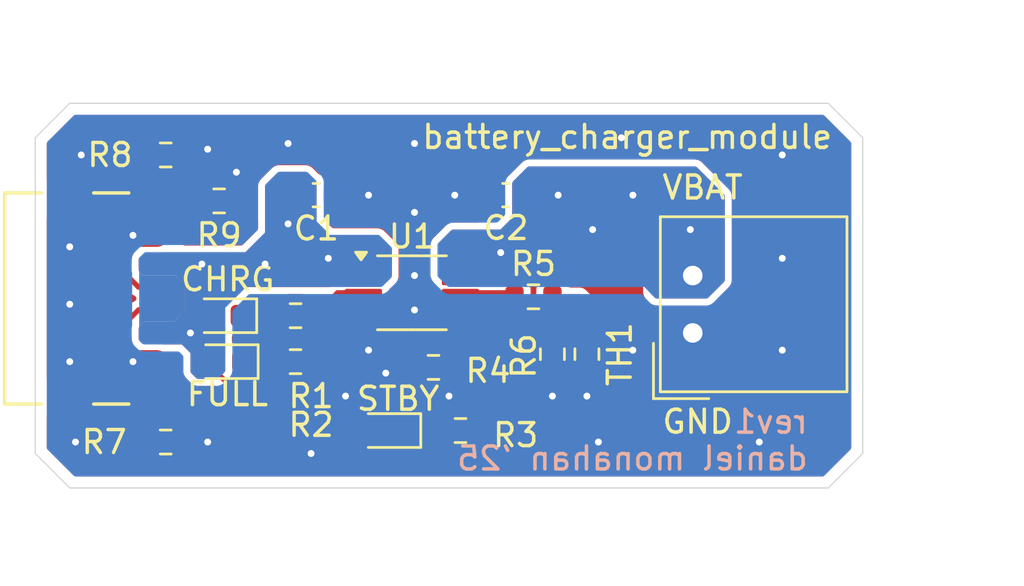
<source format=kicad_pcb>
(kicad_pcb (version 20241229) (generator "pcbnew") (generator_version "9.0")
  (layers (0 "F.Cu" signal) (2 "B.Cu" signal) (13 "F.Paste" user) (15 "B.Paste" user) (5 "F.SilkS" user "F.Silkscreen") (7 "B.SilkS" user "B.Silkscreen") (1 "F.Mask" user) (3 "B.Mask" user) (25 "Edge.Cuts" user))
  (net 0 "")
  (net 1 "GND")
  (net 2 "/VBAT")
  (net 3 "/~PG")
  (net 4 "/STAT2")
  (net 5 "/STAT1")
  (net 6 "/CC1")
  (net 7 "Net-(J1-SHIELD)")
  (net 8 "/CC2")
  (net 9 "Net-(U1-STAT1)")
  (net 10 "Net-(U1-STAT2)")
  (net 11 "Net-(U1-~{PG})")
  (net 12 "Net-(U1-PROG)")
  (net 13 "/THERM")
  (net 14 "Net-(U1-THERM)")
  (net 15 "Net-(D1-A)")
  (footprint "Resistor_SMD:R_0603_1608Metric" (layer "F.Cu") (at 151 85)
    (property "Reference" "R3" (at 2.4 0.2 0) (layer "F.SilkS"))
    (property "Value" "470")
    (fp_line (start -0.237258 -0.5225) (end 0.237258 -0.5225) (stroke (width 0.12)) (layer "F.SilkS"))
    (fp_line (start -0.237258 0.5225) (end 0.237258 0.5225) (stroke (width 0.12)) (layer "F.SilkS"))
    (pad "1" smd roundrect (at -0.825 0) (size 0.8 0.95) (layers "F.Cu" "F.Mask" "F.Paste") (net 3 "/~PG"))
    (pad "2" smd roundrect (at 0.825 0) (size 0.8 0.95) (layers "F.Cu" "F.Mask" "F.Paste") (net 11 "Net-(U1-~{PG})"))
  )
  (footprint "MOLEX:USB_TypeC_2171750001_MOL" (layer "F.Cu") (at 134.75 79.25 -90)
    (property "Reference" "J1" (hide yes))
    (property "Value" "USB_C_Receptacle_PowerOnly_6P")
    (fp_line (start -4.5974 3.5814) (end 4.5974 3.5814) (stroke (width 0.1524)) (layer "F.SilkS"))
    (fp_line (start 4.5974 3.5814) (end 4.5974 1.984311) (stroke (width 0.1524)) (layer "F.SilkS"))
    (fp_line (start -4.5974 1.984311) (end -4.5974 3.5814) (stroke (width 0.1524)) (layer "F.SilkS"))
    (fp_line (start 4.5974 -0.293113) (end 4.5974 -1.815688) (stroke (width 0.1524)) (layer "F.SilkS"))
    (fp_line (start -4.5974 -1.815688) (end -4.5974 -0.293113) (stroke (width 0.1524)) (layer "F.SilkS"))
    (pad "8" smd oval (at 4.32 -2.9544 270) (size 1.0922 1.7018) (layers "F.Cu" "F.Mask" "F.Paste"))
    (pad "9" smd oval (at -4.32 0.845599 270) (size 1.0922 1.7018) (layers "F.Cu" "F.Mask" "F.Paste"))
    (pad "10" smd oval (at 4.32 0.845599 270) (size 1.0922 1.7018) (layers "F.Cu" "F.Mask" "F.Paste"))
    (pad "A5" smd rect (at -0.499999 -3.034401 270) (size 0.7112 1.1938) (layers "F.Cu" "F.Mask" "F.Paste") (net 6 "/CC1"))
    (pad "A9" smd rect (at 1.52 -3.034401 270) (size 0.762 1.1938) (layers "F.Cu" "F.Mask" "F.Paste") (net 15 "Net-(D1-A)"))
    (pad "A12" smd rect (at 2.75 -3.034401 270) (size 0.8128 1.1938) (layers "F.Cu" "F.Mask" "F.Paste") (net 1 "GND"))
    (pad "B5" smd rect (at 0.499999 -3.034401 270) (size 0.7112 1.1938) (layers "F.Cu" "F.Mask" "F.Paste") (net 8 "/CC2"))
    (pad "B9" smd rect (at -1.519936 -3.034284 270) (size 0.762 1.1938) (layers "F.Cu" "F.Mask" "F.Paste") (net 15 "Net-(D1-A)"))
    (pad "B12" smd rect (at -2.749936 -3.034284 270) (size 0.8128 1.1938) (layers "F.Cu" "F.Mask" "F.Paste") (net 1 "GND"))
    (pad "S1" smd oval (at -4.32 -2.9544 270) (size 1.0922 1.7018) (layers "F.Cu" "F.Mask" "F.Paste") (net 7 "Net-(J1-SHIELD)"))
  )
  (footprint "Resistor_SMD:R_0603_1608Metric" (layer "F.Cu") (at 155 81.675 -90)
    (property "Reference" "R6" (at 0.075 1.25 90) (layer "F.SilkS"))
    (property "Value" "69.8k")
    (fp_line (start -0.237258 0.5225) (end 0.237258 0.5225) (stroke (width 0.12)) (layer "F.SilkS"))
    (fp_line (start -0.237258 -0.5225) (end 0.237258 -0.5225) (stroke (width 0.12)) (layer "F.SilkS"))
    (pad "1" smd roundrect (at -0.825 0 270) (size 0.8 0.95) (layers "F.Cu" "F.Mask" "F.Paste") (net 13 "/THERM"))
    (pad "2" smd roundrect (at 0.825 0 270) (size 0.8 0.95) (layers "F.Cu" "F.Mask" "F.Paste") (net 1 "GND"))
  )
  (footprint "Resistor_SMD:R_0603_1608Metric" (layer "F.Cu") (at 143.825 82)
    (property "Reference" "R2" (at 0.675 2.75 0) (layer "F.SilkS"))
    (property "Value" "470")
    (fp_line (start -0.237258 -0.5225) (end 0.237258 -0.5225) (stroke (width 0.12)) (layer "F.SilkS"))
    (fp_line (start -0.237258 0.5225) (end 0.237258 0.5225) (stroke (width 0.12)) (layer "F.SilkS"))
    (pad "1" smd roundrect (at -0.825 0) (size 0.8 0.95) (layers "F.Cu" "F.Mask" "F.Paste") (net 4 "/STAT2"))
    (pad "2" smd roundrect (at 0.825 0) (size 0.8 0.95) (layers "F.Cu" "F.Mask" "F.Paste") (net 10 "Net-(U1-STAT2)"))
  )
  (footprint "Resistor_SMD:R_0603_1608Metric" (layer "F.Cu") (at 140.5 75)
    (property "Reference" "R9" (at 0 1.5 0) (layer "F.SilkS"))
    (property "Value" "1M")
    (fp_line (start -0.237258 -0.5225) (end 0.237258 -0.5225) (stroke (width 0.12)) (layer "F.SilkS"))
    (fp_line (start -0.237258 0.5225) (end 0.237258 0.5225) (stroke (width 0.12)) (layer "F.SilkS"))
    (pad "1" smd roundrect (at -0.825 0) (size 0.8 0.95) (layers "F.Cu" "F.Mask" "F.Paste") (net 7 "Net-(J1-SHIELD)"))
    (pad "2" smd roundrect (at 0.825 0) (size 0.8 0.95) (layers "F.Cu" "F.Mask" "F.Paste") (net 1 "GND"))
  )
  (footprint "LED_SMD:LED_0603_1608Metric" (layer "F.Cu") (at 140.65 80 180)
    (property "Reference" "D3" (hide yes))
    (property "Value" "LED")
    (fp_line (start 0.8 -0.735) (end -1.485 -0.735) (stroke (width 0.12)) (layer "F.SilkS"))
    (fp_line (start -1.485 0.735) (end 0.8 0.735) (stroke (width 0.12)) (layer "F.SilkS"))
    (fp_line (start -1.485 -0.735) (end -1.485 0.735) (stroke (width 0.12)) (layer "F.SilkS"))
    (pad "1" smd roundrect (at -0.7875 0 180) (size 0.875 0.95) (layers "F.Cu" "F.Mask" "F.Paste") (net 5 "/STAT1"))
    (pad "2" smd roundrect (at 0.7875 0 180) (size 0.875 0.95) (layers "F.Cu" "F.Mask" "F.Paste") (net 15 "Net-(D1-A)"))
  )
  (footprint "Resistor_SMD:R_0603_1608Metric" (layer "F.Cu") (at 143.825 80)
    (property "Reference" "R1" (at 0.675 3.5 0) (layer "F.SilkS"))
    (property "Value" "470")
    (fp_line (start -0.237258 -0.5225) (end 0.237258 -0.5225) (stroke (width 0.12)) (layer "F.SilkS"))
    (fp_line (start -0.237258 0.5225) (end 0.237258 0.5225) (stroke (width 0.12)) (layer "F.SilkS"))
    (pad "1" smd roundrect (at -0.825 0) (size 0.8 0.95) (layers "F.Cu" "F.Mask" "F.Paste") (net 5 "/STAT1"))
    (pad "2" smd roundrect (at 0.825 0) (size 0.8 0.95) (layers "F.Cu" "F.Mask" "F.Paste") (net 9 "Net-(U1-STAT1)"))
  )
  (footprint "LED_SMD:LED_0603_1608Metric" (layer "F.Cu") (at 147.7875 85 180)
    (property "Reference" "D1" (hide yes))
    (property "Value" "LED")
    (fp_line (start 0.8 -0.735) (end -1.485 -0.735) (stroke (width 0.12)) (layer "F.SilkS"))
    (fp_line (start -1.485 0.735) (end 0.8 0.735) (stroke (width 0.12)) (layer "F.SilkS"))
    (fp_line (start -1.485 -0.735) (end -1.485 0.735) (stroke (width 0.12)) (layer "F.SilkS"))
    (pad "1" smd roundrect (at -0.7875 0 180) (size 0.875 0.95) (layers "F.Cu" "F.Mask" "F.Paste") (net 3 "/~PG"))
    (pad "2" smd roundrect (at 0.7875 0 180) (size 0.875 0.95) (layers "F.Cu" "F.Mask" "F.Paste") (net 15 "Net-(D1-A)"))
  )
  (footprint "Resistor_SMD:R_0603_1608Metric" (layer "F.Cu") (at 138.175 85.5)
    (property "Reference" "R7" (at -2.675 0 0) (layer "F.SilkS"))
    (property "Value" "5.1k")
    (fp_line (start -0.237258 -0.5225) (end 0.237258 -0.5225) (stroke (width 0.12)) (layer "F.SilkS"))
    (fp_line (start -0.237258 0.5225) (end 0.237258 0.5225) (stroke (width 0.12)) (layer "F.SilkS"))
    (pad "1" smd roundrect (at -0.825 0) (size 0.8 0.95) (layers "F.Cu" "F.Mask" "F.Paste") (net 8 "/CC2"))
    (pad "2" smd roundrect (at 0.825 0) (size 0.8 0.95) (layers "F.Cu" "F.Mask" "F.Paste") (net 1 "GND"))
  )
  (footprint "LED_SMD:LED_0603_1608Metric" (layer "F.Cu") (at 140.7125 82 180)
    (property "Reference" "D2" (hide yes))
    (property "Value" "LED")
    (fp_line (start 0.8 -0.735) (end -1.485 -0.735) (stroke (width 0.12)) (layer "F.SilkS"))
    (fp_line (start -1.485 0.735) (end 0.8 0.735) (stroke (width 0.12)) (layer "F.SilkS"))
    (fp_line (start -1.485 -0.735) (end -1.485 0.735) (stroke (width 0.12)) (layer "F.SilkS"))
    (pad "1" smd roundrect (at -0.7875 0 180) (size 0.875 0.95) (layers "F.Cu" "F.Mask" "F.Paste") (net 4 "/STAT2"))
    (pad "2" smd roundrect (at 0.7875 0 180) (size 0.875 0.95) (layers "F.Cu" "F.Mask" "F.Paste") (net 15 "Net-(D1-A)"))
  )
  (footprint "Resistor_SMD:R_0603_1608Metric" (layer "F.Cu") (at 138.175 73)
    (property "Reference" "R8" (at -2.425 0 0) (layer "F.SilkS"))
    (property "Value" "5.1k")
    (fp_line (start -0.237258 -0.5225) (end 0.237258 -0.5225) (stroke (width 0.12)) (layer "F.SilkS"))
    (fp_line (start -0.237258 0.5225) (end 0.237258 0.5225) (stroke (width 0.12)) (layer "F.SilkS"))
    (pad "1" smd roundrect (at -0.825 0) (size 0.8 0.95) (layers "F.Cu" "F.Mask" "F.Paste") (net 6 "/CC1"))
    (pad "2" smd roundrect (at 0.825 0) (size 0.8 0.95) (layers "F.Cu" "F.Mask" "F.Paste") (net 1 "GND"))
  )
  (footprint "Resistor_SMD:R_0603_1608Metric" (layer "F.Cu") (at 149.825 82.25 180)
    (property "Reference" "R4" (at -2.375 -0.15 0) (layer "F.SilkS"))
    (property "Value" "1k")
    (fp_line (start -0.237258 0.5225) (end 0.237258 0.5225) (stroke (width 0.12)) (layer "F.SilkS"))
    (fp_line (start -0.237258 -0.5225) (end 0.237258 -0.5225) (stroke (width 0.12)) (layer "F.SilkS"))
    (pad "1" smd roundrect (at -0.825 0 180) (size 0.8 0.95) (layers "F.Cu" "F.Mask" "F.Paste") (net 12 "Net-(U1-PROG)"))
    (pad "2" smd roundrect (at 0.825 0 180) (size 0.8 0.95) (layers "F.Cu" "F.Mask" "F.Paste") (net 1 "GND"))
  )
  (footprint "Capacitor_SMD:C_0603_1608Metric" (layer "F.Cu") (at 144.725 74.75)
    (property "Reference" "C1" (at 0 1.45 0) (layer "F.SilkS"))
    (property "Value" "4.7u")
    (fp_line (start -0.14058 -0.51) (end 0.14058 -0.51) (stroke (width 0.12)) (layer "F.SilkS"))
    (fp_line (start -0.14058 0.51) (end 0.14058 0.51) (stroke (width 0.12)) (layer "F.SilkS"))
    (pad "1" smd roundrect (at -0.775 0) (size 0.9 0.95) (layers "F.Cu" "F.Mask" "F.Paste") (net 15 "Net-(D1-A)"))
    (pad "2" smd roundrect (at 0.775 0) (size 0.9 0.95) (layers "F.Cu" "F.Mask" "F.Paste") (net 1 "GND"))
  )
  (footprint "Resistor_SMD:R_0603_1608Metric" (layer "F.Cu") (at 154.175 79.175)
    (property "Reference" "R5" (at 0 -1.43 0) (layer "F.SilkS"))
    (property "Value" "1.54k")
    (fp_line (start -0.237258 -0.5225) (end 0.237258 -0.5225) (stroke (width 0.12)) (layer "F.SilkS"))
    (fp_line (start -0.237258 0.5225) (end 0.237258 0.5225) (stroke (width 0.12)) (layer "F.SilkS"))
    (pad "1" smd roundrect (at -0.825 0) (size 0.8 0.95) (layers "F.Cu" "F.Mask" "F.Paste") (net 14 "Net-(U1-THERM)"))
    (pad "2" smd roundrect (at 0.825 0) (size 0.8 0.95) (layers "F.Cu" "F.Mask" "F.Paste") (net 13 "/THERM"))
  )
  (footprint "Resistor_SMD:R_0603_1608Metric" (layer "F.Cu") (at 156.5 81.675 -90)
    (property "Reference" "TH1" (at 0 -1.43 90) (layer "F.SilkS"))
    (property "Value" "10k")
    (fp_line (start -0.237258 0.5225) (end 0.237258 0.5225) (stroke (width 0.12)) (layer "F.SilkS"))
    (fp_line (start -0.237258 -0.5225) (end 0.237258 -0.5225) (stroke (width 0.12)) (layer "F.SilkS"))
    (pad "1" smd roundrect (at -0.825 0 270) (size 0.8 0.95) (layers "F.Cu" "F.Mask" "F.Paste") (net 13 "/THERM"))
    (pad "2" smd roundrect (at 0.825 0 270) (size 0.8 0.95) (layers "F.Cu" "F.Mask" "F.Paste") (net 1 "GND"))
  )
  (footprint "Connector_Molex:Molex_SPOX_5268-02A_1x02_P2.50mm_Horizontal" (layer "F.Cu") (at 161.105 80.75 90)
    (property "Reference" "J2" (hide yes))
    (property "Value" "Conn_01x02")
    (fp_line (start -2.86 -1.71) (end -0.45 -1.71) (stroke (width 0.12)) (layer "F.SilkS"))
    (fp_line (start 5.06 -1.41) (end -2.56 -1.41) (stroke (width 0.12)) (layer "F.SilkS"))
    (fp_line (start -2.56 -1.41) (end -2.56 6.71) (stroke (width 0.12)) (layer "F.SilkS"))
    (fp_line (start -2.86 0.7) (end -2.86 -1.71) (stroke (width 0.12)) (layer "F.SilkS"))
    (fp_line (start 5.06 6.71) (end 5.06 -1.41) (stroke (width 0.12)) (layer "F.SilkS"))
    (fp_line (start -2.56 6.71) (end 5.06 6.71) (stroke (width 0.12)) (layer "F.SilkS"))
    (pad "1" thru_hole roundrect (at 0 0 90) (size 1.7 1.85) (drill 0.85) (layers "*.Cu" "*.Mask") (roundrect_rratio 0.147059) (net 1 "GND"))
    (pad "2" thru_hole oval (at 2.5 0 90) (size 1.7 1.85) (drill 0.85) (layers "*.Cu" "*.Mask") (net 2 "/VBAT"))
  )
  (footprint "Package_SO:MSOP-10_3x3mm_P0.5mm" (layer "F.Cu") (at 148.8875 79)
    (property "Reference" "U1" (at 0 -2.45 0) (layer "F.SilkS"))
    (property "Value" "MCP73833-xxx-UN")
    (fp_line (start 0 -1.61) (end -1.5 -1.61) (stroke (width 0.12)) (layer "F.SilkS"))
    (fp_line (start 0 -1.61) (end 1.5 -1.61) (stroke (width 0.12)) (layer "F.SilkS"))
    (fp_line (start 0 1.61) (end -1.5 1.61) (stroke (width 0.12)) (layer "F.SilkS"))
    (fp_line (start 0 1.61) (end 1.5 1.61) (stroke (width 0.12)) (layer "F.SilkS"))
    (fp_poly (pts (xy -2.2125 -1.435) (xy -2.4525 -1.765) (xy -1.9725 -1.765)) (stroke (width 0.12)) (fill yes) (layer "F.SilkS"))
    (pad "1" smd roundrect (at -2.1125 -1) (size 1.625 0.35) (layers "F.Cu" "F.Mask" "F.Paste") (net 15 "Net-(D1-A)"))
    (pad "2" smd roundrect (at -2.1125 -0.5) (size 1.625 0.35) (layers "F.Cu" "F.Mask" "F.Paste") (net 15 "Net-(D1-A)"))
    (pad "3" smd roundrect (at -2.1125 0) (size 1.625 0.35) (layers "F.Cu" "F.Mask" "F.Paste") (net 9 "Net-(U1-STAT1)"))
    (pad "4" smd roundrect (at -2.1125 0.5) (size 1.625 0.35) (layers "F.Cu" "F.Mask" "F.Paste") (net 10 "Net-(U1-STAT2)"))
    (pad "5" smd roundrect (at -2.1125 1) (size 1.625 0.35) (layers "F.Cu" "F.Mask" "F.Paste") (net 1 "GND"))
    (pad "6" smd roundrect (at 2.1125 1) (size 1.625 0.35) (layers "F.Cu" "F.Mask" "F.Paste") (net 12 "Net-(U1-PROG)"))
    (pad "7" smd roundrect (at 2.1125 0.5) (size 1.625 0.35) (layers "F.Cu" "F.Mask" "F.Paste") (net 11 "Net-(U1-~{PG})"))
    (pad "8" smd roundrect (at 2.1125 0) (size 1.625 0.35) (layers "F.Cu" "F.Mask" "F.Paste") (net 14 "Net-(U1-THERM)"))
    (pad "9" smd roundrect (at 2.1125 -0.5) (size 1.625 0.35) (layers "F.Cu" "F.Mask" "F.Paste") (net 2 "/VBAT"))
    (pad "10" smd roundrect (at 2.1125 -1) (size 1.625 0.35) (layers "F.Cu" "F.Mask" "F.Paste") (net 2 "/VBAT"))
  )
  (footprint "Capacitor_SMD:C_0603_1608Metric" (layer "F.Cu") (at 152.975 74.75 180)
    (property "Reference" "C2" (at 0 -1.43 0) (layer "F.SilkS"))
    (property "Value" "4.7u")
    (fp_line (start -0.14058 0.51) (end 0.14058 0.51) (stroke (width 0.12)) (layer "F.SilkS"))
    (fp_line (start -0.14058 -0.51) (end 0.14058 -0.51) (stroke (width 0.12)) (layer "F.SilkS"))
    (pad "1" smd roundrect (at -0.775 0 180) (size 0.9 0.95) (layers "F.Cu" "F.Mask" "F.Paste") (net 2 "/VBAT"))
    (pad "2" smd roundrect (at 0.775 0 180) (size 0.9 0.95) (layers "F.Cu" "F.Mask" "F.Paste") (net 1 "GND"))
  )
  (gr_line (start 132.5 86) (end 132.5 72.25) (stroke (width 0.05)) (layer "Edge.Cuts"))
  (gr_line (start 167 87.5) (end 168.5 86) (stroke (width 0.05)) (layer "Edge.Cuts"))
  (gr_line (start 132.5 72.25) (end 134 70.75) (stroke (width 0.05)) (layer "Edge.Cuts"))
  (gr_line (start 134 70.75) (end 167 70.75) (stroke (width 0.05)) (layer "Edge.Cuts"))
  (gr_line (start 134 87.5) (end 167 87.5) (stroke (width 0.05)) (layer "Edge.Cuts"))
  (gr_line (start 134 87.5) (end 132.5 86) (stroke (width 0.05)) (layer "Edge.Cuts"))
  (gr_line (start 168.5 86) (end 168.5 72.25) (stroke (width 0.05)) (layer "Edge.Cuts"))
  (gr_line (start 167 70.75) (end 168.5 72.25) (stroke (width 0.05)) (layer "Edge.Cuts"))
  (gr_text "FULL" (at 139 84 0) (layer "F.SilkS") (effects (font (size 1 1) (thickness 0.153)) (justify left bottom)))
  (gr_text "GND" (at 159.695 85.2 0) (layer "F.SilkS") (effects (font (size 1 1) (thickness 0.153)) (justify left bottom)))
  (gr_text "CHRG" (at 138.75 79 0) (layer "F.SilkS") (effects (font (size 1 1) (thickness 0.153)) (justify left bottom)))
  (gr_text "STBY" (at 146.4 84.2 0) (layer "F.SilkS") (effects (font (size 1 1) (thickness 0.153)) (justify left bottom)))
  (gr_text "battery_charger_module" (at 149.25 72.8 0) (layer "F.SilkS") (effects (font (size 1 1) (thickness 0.153)) (justify left bottom)))
  (gr_text "VBAT" (at 159.695 75 0) (layer "F.SilkS") (effects (font (size 1 1) (thickness 0.153)) (justify left bottom)))
  (gr_text "rev1" (at 166.2 85.2 0) (layer "B.SilkS") (effects (font (size 1 1) (thickness 0.153)) (justify left bottom mirror)))
  (gr_text "daniel monahan '25" (at 166.2 86.8 0) (layer "B.SilkS") (effects (font (size 1 1) (thickness 0.153)) (justify left bottom mirror)))
  (segment (start 156.5 82.5) (end 156.5 83.5) (width 1) (layer "F.Cu") (net 1))
  (segment (start 136.750064 76.500064) (end 136.75 76.5) (width 1) (layer "F.Cu") (net 1))
  (segment (start 137.784284 76.500064) (end 136.750064 76.500064) (width 1) (layer "F.Cu") (net 1))
  (segment (start 141.325 73.825) (end 141.25 73.75) (width 1) (layer "F.Cu") (net 1))
  (segment (start 139.75 73) (end 140 72.75) (width 1) (layer "F.Cu") (net 1))
  (segment (start 139 85.5) (end 140 85.5) (width 1) (layer "F.Cu") (net 1))
  (segment (start 141.325 75) (end 141.325 73.825) (width 1) (layer "F.Cu") (net 1))
  (segment (start 137.784401 82) (end 136.75 82) (width 1) (layer "F.Cu") (net 1))
  (segment (start 155 82.5) (end 155 83.5) (width 1) (layer "F.Cu") (net 1))
  (segment (start 139 73) (end 139.75 73) (width 1) (layer "F.Cu") (net 1))
  (via (at 158.5 81.5) (size 0.8) (drill 0.3) (layers "F.Cu" "B.Cu") (net 1))
  (via (at 134.25 85.5) (size 0.8) (drill 0.3) (layers "F.Cu" "B.Cu") (net 1))
  (via (at 150.75 74.75) (size 0.8) (drill 0.3) (layers "F.Cu" "B.Cu") (net 1))
  (via (at 147 81.5) (size 0.8) (drill 0.3) (layers "F.Cu" "B.Cu") (net 1))
  (via (at 134.5 73) (size 0.8) (drill 0.3) (layers "F.Cu" "B.Cu") (net 1))
  (via (at 164 85.5) (size 0.8) (drill 0.3) (layers "F.Cu" "B.Cu") (net 1))
  (via (at 150.5 83.5) (size 0.8) (drill 0.3) (layers "F.Cu" "B.Cu") (net 1))
  (via (at 134 79.5) (size 0.8) (drill 0.3) (layers "F.Cu" "B.Cu") (net 1))
  (via (at 143.5 72.5) (size 0.8) (drill 0.3) (layers "F.Cu" "B.Cu") (net 1))
  (via (at 149 72.5) (size 0.8) (drill 0.3) (layers "F.Cu" "B.Cu") (net 1))
  (via (at 136.75 76.5) (size 0.8) (drill 0.3) (layers "F.Cu" "B.Cu") (net 1))
  (via (at 149 75.5) (size 0.8) (drill 0.3) (layers "F.Cu" "B.Cu") (net 1))
  (via (at 134 77) (size 0.8) (drill 0.3) (layers "F.Cu" "B.Cu") (net 1))
  (via (at 147 74.75) (size 0.8) (drill 0.3) (layers "F.Cu" "B.Cu") (net 1))
  (via (at 144.5 86) (size 0.8) (drill 0.3) (layers "F.Cu" "B.Cu") (net 1))
  (via (at 141.25 73.75) (size 0.8) (drill 0.3) (layers "F.Cu" "B.Cu") (net 1))
  (via (at 157 85.5) (size 0.8) (drill 0.3) (layers "F.Cu" "B.Cu") (net 1))
  (via (at 140 72.75) (size 0.8) (drill 0.3) (layers "F.Cu" "B.Cu") (net 1))
  (via (at 149 78.25) (size 0.8) (drill 0.3) (layers "F.Cu" "B.Cu") (net 1))
  (via (at 146 83.5) (size 0.8) (drill 0.3) (layers "F.Cu" "B.Cu") (net 1))
  (via (at 149 79.75) (size 0.8) (drill 0.3) (layers "F.Cu" "B.Cu") (net 1))
  (via (at 165 81.5) (size 0.8) (drill 0.3) (layers "F.Cu" "B.Cu") (net 1))
  (via (at 165 73) (size 0.8) (drill 0.3) (layers "F.Cu" "B.Cu") (net 1))
  (via (at 165 77.5) (size 0.8) (drill 0.3) (layers "F.Cu" "B.Cu") (net 1))
  (via (at 155 83.5) (size 0.8) (drill 0.3) (layers "F.Cu" "B.Cu") (net 1))
  (via (at 136.75 82) (size 0.8) (drill 0.3) (layers "F.Cu" "B.Cu") (net 1))
  (via (at 156.5 83.5) (size 0.8) (drill 0.3) (layers "F.Cu" "B.Cu") (net 1))
  (via (at 134 82) (size 0.8) (drill 0.3) (layers "F.Cu" "B.Cu") (net 1))
  (via (at 140 85.5) (size 0.8) (drill 0.3) (layers "F.Cu" "B.Cu") (net 1))
  (via (at 147.75 82.5) (size 0.8) (drill 0.3) (layers "F.Cu" "B.Cu") (net 1))
  (via (at 158 72.25) (size 0.8) (drill 0.3) (layers "F.Cu" "B.Cu") (net 1))
  (via (at 161 76.25) (size 0.8) (drill 0.3) (layers "F.Cu" "B.Cu") (net 2))
  (via (at 155.25 74.75) (size 0.8) (drill 0.3) (layers "F.Cu" "B.Cu") (net 2))
  (via (at 158.5 74.75) (size 0.8) (drill 0.3) (layers "F.Cu" "B.Cu") (net 2))
  (via (at 156.75 76.25) (size 0.8) (drill 0.3) (layers "F.Cu" "B.Cu") (net 2))
  (via (at 152.75 77.25) (size 0.8) (drill 0.3) (layers "F.Cu" "B.Cu") (net 2))
  (segment (start 148.575 85) (end 150.175 85) (width 0.225) (layer "F.Cu") (net 3))
  (segment (start 141.5 82) (end 143 82) (width 0.225) (layer "F.Cu") (net 4))
  (segment (start 141.4375 80) (end 143 80) (width 0.225) (layer "F.Cu") (net 5))
  (segment (start 135.75 74.6) (end 137.35 73) (width 0.225) (layer "F.Cu") (net 6))
  (segment (start 137.784401 78.750001) (end 136.987501 78.750001) (width 0.225) (layer "F.Cu") (net 6))
  (segment (start 135.75 77.5125) (end 135.75 74.6) (width 0.225) (layer "F.Cu") (net 6))
  (segment (start 136.987501 78.750001) (end 135.75 77.5125) (width 0.225) (layer "F.Cu") (net 6))
  (segment (start 139.605 74.93) (end 139.675 75) (width 0.2) (layer "F.Cu") (net 7))
  (segment (start 137.7044 74.93) (end 139.605 74.93) (width 0.225) (layer "F.Cu") (net 7))
  (segment (start 135.75 83.9) (end 137.35 85.5) (width 0.225) (layer "F.Cu") (net 8))
  (segment (start 135.75 80.9875) (end 135.75 83.9) (width 0.225) (layer "F.Cu") (net 8))
  (segment (start 136.987501 79.749999) (end 135.75 80.9875) (width 0.225) (layer "F.Cu") (net 8))
  (segment (start 137.784401 79.749999) (end 136.987501 79.749999) (width 0.225) (layer "F.Cu") (net 8))
  (segment (start 144.65 80) (end 145.65 79) (width 0.225) (layer "F.Cu") (net 9))
  (segment (start 145.65 79) (end 146.775 79) (width 0.225) (layer "F.Cu") (net 9))
  (segment (start 145.910652 79.5) (end 146.775 79.5) (width 0.225) (layer "F.Cu") (net 10))
  (segment (start 145.6615 79.749152) (end 145.910652 79.5) (width 0.225) (layer "F.Cu") (net 10))
  (segment (start 144.65 82) (end 145.6615 80.9885) (width 0.225) (layer "F.Cu") (net 10))
  (segment (start 145.6615 80.9885) (end 145.6615 79.749152) (width 0.225) (layer "F.Cu") (net 10))
  (segment (start 151.864348 79.5) (end 151 79.5) (width 0.225) (layer "F.Cu") (net 11))
  (segment (start 152.1135 79.749152) (end 151.864348 79.5) (width 0.225) (layer "F.Cu") (net 11))
  (segment (start 151.825 85) (end 152.1135 84.7115) (width 0.2) (layer "F.Cu") (net 11))
  (segment (start 152.1135 84.7115) (end 152.1135 79.749152) (width 0.225) (layer "F.Cu") (net 11))
  (segment (start 151.2125 82.25) (end 150.65 82.25) (width 0.225) (layer "F.Cu") (net 12))
  (segment (start 151 80) (end 151.7125 80.7125) (width 0.225) (layer "F.Cu") (net 12))
  (segment (start 151.7125 81.75) (end 151.2125 82.25) (width 0.225) (layer "F.Cu") (net 12))
  (segment (start 151.7125 80.7125) (end 151.7125 81.75) (width 0.225) (layer "F.Cu") (net 12))
  (segment (start 155 79.175) (end 156.175 79.175) (width 0.225) (layer "F.Cu") (net 13))
  (segment (start 155 79.175) (end 155 80.85) (width 0.225) (layer "F.Cu") (net 13))
  (segment (start 156.175 79.175) (end 156.5 79.5) (width 0.225) (layer "F.Cu") (net 13))
  (segment (start 156.5 79.5) (end 156.5 80.85) (width 0.225) (layer "F.Cu") (net 13))
  (segment (start 153.175 79) (end 153.35 79.175) (width 0.2) (layer "F.Cu") (net 14))
  (segment (start 151 79) (end 153.175 79) (width 0.225) (layer "F.Cu") (net 14))
  (segment (start 139.925 82) (end 142.925 85) (width 0.225) (layer "F.Cu") (net 15))
  (segment (start 142.925 85) (end 147 85) (width 0.225) (layer "F.Cu") (net 15))
  (via (at 145.25 77.5) (size 0.8) (drill 0.3) (layers "F.Cu" "B.Cu") (net 15))
  (via (at 142.5 77.75) (size 0.8) (drill 0.3) (layers "F.Cu" "B.Cu") (net 15))
  (via (at 143.5 76) (size 0.8) (drill 0.3) (layers "F.Cu" "B.Cu") (net 15))
  (via (at 139.75 77.75) (size 0.8) (drill 0.3) (layers "F.Cu" "B.Cu") (net 15))
  (via (at 139.25 80.75) (size 0.8) (drill 0.3) (layers "F.Cu" "B.Cu") (net 15))
  (zone (net 1) (net_name "GND") (layer "F.Cu") (connect_pads (clearance 0.3)) (min_thickness 0.25) (fill yes (thermal_gap 0.5) (thermal_bridge_width 0.5))
    (polygon (pts (xy 132.5 70) (xy 168.5 70) (xy 168.5 88.5) (xy 132.5 88.5)))
  )
  (zone (net 2) (net_name "/VBAT") (layer "F.Cu") (priority 1) (connect_pads yes (clearance 0.3)) (min_thickness 0.25) (fill yes (thermal_gap 0.5) (thermal_bridge_width 0.5))
    (polygon (pts (xy 150 78.28125) (xy 150.46875 78.75) (xy 152.5 78.75) (xy 152.5 78.1875) (xy 152.6875 78) (xy 158.9375 78) (xy 159.25 78.3125) (xy 159.25 79.015625) (xy 159.484375 79.25) (xy 161.746094 79.25) (xy 162.5 78.496094) (xy 162.5 74.749023) (xy 161.250977 73.5) (xy 153.9375 73.5) (xy 153.25 74.1875) (xy 153.25 75.734375) (xy 152.734375 76.25) (xy 150.625 76.25) (xy 150 76.875)))
  )
  (zone (net 15) (net_name "Net-(D1-A)") (layers "F.Cu" "B.Cu") (priority 1) (connect_pads yes (clearance 0.3)) (min_thickness 0.25) (fill yes (thermal_gap 0.5) (thermal_bridge_width 0.5))
    (polygon (pts (xy 137.25 77.25) (xy 137 77.5) (xy 137 78.0625) (xy 137.1875 78.25) (xy 138.609375 78.25) (xy 139 78.640625) (xy 139 79.8125) (xy 138.5625 80.25) (xy 137.25 80.25) (xy 137 80.5) (xy 137 81.0625) (xy 137.1875 81.25) (xy 138.875 81.25) (xy 139.25 81.625) (xy 139.25 82.46875) (xy 139.53125 82.75) (xy 140.445313 82.75) (xy 140.75 82.445313) (xy 140.75 79.673828) (xy 141.673828 78.75) (xy 147.578125 78.75) (xy 148 78.328125) (xy 148 77.0625) (xy 147.4375 76.5) (xy 145.308203 76.5) (xy 144.725 75.916797) (xy 144.725 74.167187) (xy 144.307813 73.75) (xy 143.05625 73.75) (xy 142.5 74.30625) (xy 142.5 76.375) (xy 141.625 77.25)))
  )
  (zone (net 1) (net_name "GND") (layer "B.Cu") (connect_pads yes (clearance 0.3)) (min_thickness 0.25) (fill yes (thermal_gap 0.5) (thermal_bridge_width 0.5) (smoothing chamfer))
    (polygon (pts (xy 132.5 70.75) (xy 132.5 87.5) (xy 168.5 87.5) (xy 168.25 70.5)))
  )
  (zone (net 2) (net_name "/VBAT") (layer "B.Cu") (priority 1) (connect_pads yes (clearance 0.3)) (min_thickness 0.25) (fill yes (thermal_gap 0.5) (thermal_bridge_width 0.5))
    (polygon (pts (xy 150 78.28125) (xy 150.46875 78.75) (xy 159 78.75) (xy 159.484375 79.25) (xy 161.746094 79.25) (xy 162.5 78.496094) (xy 162.5 74.749023) (xy 161.250977 73.5) (xy 153.9375 73.5) (xy 153.25 74.1875) (xy 153.25 75.734375) (xy 152.734375 76.25) (xy 150.625 76.25) (xy 150 76.875)))
  )
  (zone (net 15) (net_name "Net-(D1-A)") (layer "B.Cu") (connect_pads yes (clearance 0.3)) (min_thickness 0.25) (fill yes (thermal_gap 0.5) (thermal_bridge_width 0.5))
    (polygon (pts (xy 137.270318 77.226594) (xy 137.020318 77.476594) (xy 137.020318 81.039094) (xy 137.207818 81.226594) (xy 138.895318 81.226594) (xy 139.270318 81.601594) (xy 139.270318 82.445344) (xy 139.551568 82.726594) (xy 140.465631 82.726594) (xy 140.770318 82.421907) (xy 140.770318 79.650422) (xy 141.694146 78.726594) (xy 147.598443 78.726594) (xy 148.020318 78.304719) (xy 148.020318 77.039094) (xy 147.457818 76.476594) (xy 145.328521 76.476594) (xy 144.745318 75.893391) (xy 144.745318 74.143781) (xy 144.328131 73.726594) (xy 143.076568 73.726594) (xy 142.520318 74.282844) (xy 142.520318 76.351594) (xy 141.645318 77.226594)))
  )
)
</source>
